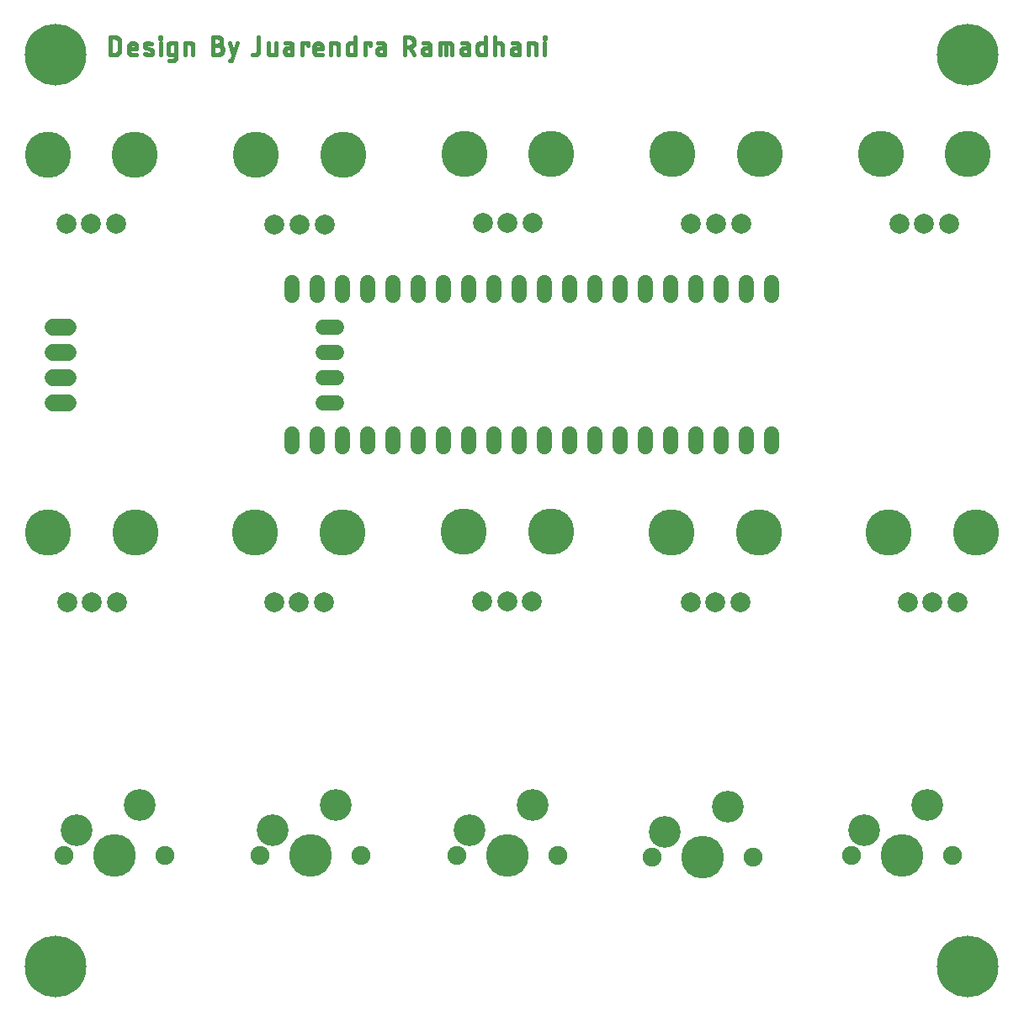
<source format=gbr>
G04 EAGLE Gerber RS-274X export*
G75*
%MOMM*%
%FSLAX34Y34*%
%LPD*%
%INSoldermask Top*%
%IPPOS*%
%AMOC8*
5,1,8,0,0,1.08239X$1,22.5*%
G01*
%ADD10C,0.431800*%
%ADD11C,2.003200*%
%ADD12C,4.663200*%
%ADD13C,1.511200*%
%ADD14C,1.903200*%
%ADD15C,4.303200*%
%ADD16C,4.203200*%
%ADD17C,3.203200*%
%ADD18C,1.711200*%
%ADD19C,6.203200*%


D10*
X787644Y938403D02*
X787644Y955929D01*
X792512Y955929D01*
X792649Y955927D01*
X792785Y955921D01*
X792921Y955912D01*
X793057Y955898D01*
X793192Y955881D01*
X793327Y955860D01*
X793462Y955835D01*
X793595Y955807D01*
X793728Y955775D01*
X793860Y955739D01*
X793990Y955699D01*
X794120Y955656D01*
X794248Y955609D01*
X794375Y955558D01*
X794500Y955504D01*
X794624Y955447D01*
X794746Y955386D01*
X794867Y955322D01*
X794985Y955254D01*
X795102Y955183D01*
X795217Y955109D01*
X795329Y955031D01*
X795439Y954951D01*
X795547Y954867D01*
X795653Y954780D01*
X795756Y954691D01*
X795856Y954598D01*
X795954Y954503D01*
X796049Y954405D01*
X796142Y954305D01*
X796231Y954202D01*
X796318Y954096D01*
X796402Y953988D01*
X796482Y953878D01*
X796560Y953766D01*
X796634Y953651D01*
X796705Y953534D01*
X796773Y953416D01*
X796837Y953295D01*
X796898Y953173D01*
X796955Y953049D01*
X797009Y952924D01*
X797060Y952797D01*
X797107Y952669D01*
X797150Y952539D01*
X797190Y952409D01*
X797226Y952277D01*
X797258Y952144D01*
X797286Y952011D01*
X797311Y951876D01*
X797332Y951741D01*
X797349Y951606D01*
X797363Y951470D01*
X797372Y951334D01*
X797378Y951198D01*
X797380Y951061D01*
X797381Y951061D02*
X797381Y943271D01*
X797380Y943271D02*
X797378Y943134D01*
X797372Y942998D01*
X797363Y942862D01*
X797349Y942726D01*
X797332Y942591D01*
X797311Y942456D01*
X797286Y942321D01*
X797258Y942188D01*
X797226Y942055D01*
X797190Y941923D01*
X797150Y941793D01*
X797107Y941663D01*
X797060Y941535D01*
X797009Y941408D01*
X796955Y941283D01*
X796898Y941159D01*
X796837Y941037D01*
X796773Y940916D01*
X796705Y940798D01*
X796634Y940681D01*
X796560Y940566D01*
X796482Y940454D01*
X796402Y940344D01*
X796318Y940236D01*
X796231Y940130D01*
X796142Y940027D01*
X796049Y939927D01*
X795954Y939829D01*
X795856Y939734D01*
X795756Y939641D01*
X795653Y939552D01*
X795547Y939465D01*
X795439Y939381D01*
X795329Y939301D01*
X795217Y939223D01*
X795102Y939149D01*
X794985Y939078D01*
X794867Y939010D01*
X794746Y938946D01*
X794624Y938885D01*
X794500Y938828D01*
X794375Y938774D01*
X794248Y938723D01*
X794120Y938676D01*
X793990Y938633D01*
X793860Y938593D01*
X793728Y938557D01*
X793595Y938525D01*
X793462Y938497D01*
X793327Y938472D01*
X793192Y938451D01*
X793057Y938434D01*
X792921Y938420D01*
X792785Y938411D01*
X792649Y938405D01*
X792512Y938403D01*
X787644Y938403D01*
X809459Y938403D02*
X814327Y938403D01*
X809459Y938403D02*
X809352Y938405D01*
X809246Y938411D01*
X809140Y938421D01*
X809034Y938434D01*
X808928Y938452D01*
X808824Y938473D01*
X808720Y938498D01*
X808617Y938527D01*
X808516Y938559D01*
X808416Y938596D01*
X808317Y938636D01*
X808219Y938679D01*
X808123Y938726D01*
X808029Y938777D01*
X807937Y938831D01*
X807847Y938888D01*
X807759Y938948D01*
X807674Y939012D01*
X807591Y939079D01*
X807510Y939149D01*
X807432Y939221D01*
X807356Y939297D01*
X807284Y939375D01*
X807214Y939456D01*
X807147Y939539D01*
X807083Y939624D01*
X807023Y939712D01*
X806966Y939802D01*
X806912Y939894D01*
X806861Y939988D01*
X806814Y940084D01*
X806771Y940182D01*
X806731Y940281D01*
X806694Y940381D01*
X806662Y940482D01*
X806633Y940585D01*
X806608Y940689D01*
X806587Y940793D01*
X806569Y940899D01*
X806556Y941005D01*
X806546Y941111D01*
X806540Y941217D01*
X806538Y941324D01*
X806538Y946192D01*
X806540Y946316D01*
X806546Y946439D01*
X806556Y946562D01*
X806569Y946685D01*
X806587Y946807D01*
X806608Y946929D01*
X806634Y947050D01*
X806663Y947170D01*
X806696Y947289D01*
X806732Y947407D01*
X806773Y947524D01*
X806817Y947640D01*
X806865Y947754D01*
X806916Y947866D01*
X806971Y947977D01*
X807029Y948086D01*
X807091Y948193D01*
X807156Y948298D01*
X807225Y948401D01*
X807296Y948501D01*
X807371Y948600D01*
X807449Y948696D01*
X807530Y948789D01*
X807614Y948880D01*
X807701Y948968D01*
X807790Y949053D01*
X807882Y949136D01*
X807977Y949215D01*
X808074Y949291D01*
X808174Y949365D01*
X808275Y949435D01*
X808379Y949502D01*
X808486Y949565D01*
X808594Y949625D01*
X808703Y949682D01*
X808815Y949735D01*
X808928Y949785D01*
X809043Y949831D01*
X809159Y949873D01*
X809276Y949911D01*
X809395Y949946D01*
X809515Y949977D01*
X809635Y950004D01*
X809757Y950028D01*
X809879Y950047D01*
X810001Y950063D01*
X810124Y950075D01*
X810248Y950083D01*
X810371Y950087D01*
X810495Y950087D01*
X810618Y950083D01*
X810742Y950075D01*
X810865Y950063D01*
X810987Y950047D01*
X811109Y950028D01*
X811231Y950004D01*
X811351Y949977D01*
X811471Y949946D01*
X811590Y949911D01*
X811707Y949873D01*
X811823Y949831D01*
X811938Y949785D01*
X812051Y949735D01*
X812163Y949682D01*
X812272Y949625D01*
X812381Y949565D01*
X812487Y949502D01*
X812591Y949435D01*
X812692Y949365D01*
X812792Y949291D01*
X812889Y949215D01*
X812984Y949136D01*
X813076Y949053D01*
X813165Y948968D01*
X813252Y948880D01*
X813336Y948789D01*
X813417Y948696D01*
X813495Y948600D01*
X813570Y948501D01*
X813641Y948401D01*
X813710Y948298D01*
X813775Y948193D01*
X813837Y948086D01*
X813895Y947977D01*
X813950Y947866D01*
X814001Y947754D01*
X814049Y947640D01*
X814093Y947524D01*
X814134Y947407D01*
X814170Y947289D01*
X814203Y947170D01*
X814232Y947050D01*
X814258Y946929D01*
X814279Y946807D01*
X814297Y946685D01*
X814310Y946562D01*
X814320Y946439D01*
X814326Y946316D01*
X814328Y946192D01*
X814327Y946192D02*
X814327Y944245D01*
X806538Y944245D01*
X824065Y945219D02*
X828933Y943271D01*
X824065Y945219D02*
X823973Y945258D01*
X823882Y945300D01*
X823794Y945346D01*
X823707Y945396D01*
X823622Y945449D01*
X823539Y945506D01*
X823459Y945565D01*
X823381Y945628D01*
X823305Y945694D01*
X823233Y945763D01*
X823163Y945834D01*
X823096Y945908D01*
X823031Y945985D01*
X822971Y946065D01*
X822913Y946147D01*
X822858Y946230D01*
X822807Y946317D01*
X822759Y946405D01*
X822715Y946494D01*
X822675Y946586D01*
X822638Y946679D01*
X822605Y946773D01*
X822575Y946869D01*
X822550Y946966D01*
X822528Y947064D01*
X822510Y947162D01*
X822496Y947261D01*
X822486Y947361D01*
X822480Y947461D01*
X822478Y947561D01*
X822480Y947661D01*
X822486Y947761D01*
X822496Y947861D01*
X822509Y947960D01*
X822527Y948058D01*
X822549Y948156D01*
X822574Y948253D01*
X822603Y948349D01*
X822636Y948443D01*
X822673Y948536D01*
X822713Y948628D01*
X822757Y948718D01*
X822805Y948806D01*
X822856Y948892D01*
X822910Y948976D01*
X822968Y949058D01*
X823029Y949137D01*
X823093Y949214D01*
X823160Y949289D01*
X823230Y949360D01*
X823302Y949429D01*
X823378Y949495D01*
X823455Y949558D01*
X823536Y949618D01*
X823618Y949674D01*
X823703Y949728D01*
X823790Y949778D01*
X823879Y949824D01*
X823969Y949867D01*
X824061Y949906D01*
X824155Y949941D01*
X824250Y949973D01*
X824346Y950001D01*
X824443Y950025D01*
X824541Y950045D01*
X824640Y950062D01*
X824739Y950074D01*
X824839Y950083D01*
X824939Y950087D01*
X825039Y950088D01*
X825305Y950081D01*
X825570Y950067D01*
X825836Y950048D01*
X826100Y950022D01*
X826364Y949989D01*
X826627Y949950D01*
X826889Y949905D01*
X827150Y949854D01*
X827409Y949796D01*
X827668Y949732D01*
X827924Y949662D01*
X828179Y949586D01*
X828432Y949503D01*
X828682Y949415D01*
X828931Y949321D01*
X829177Y949220D01*
X829421Y949114D01*
X828934Y943271D02*
X829026Y943232D01*
X829117Y943190D01*
X829205Y943144D01*
X829292Y943094D01*
X829377Y943041D01*
X829460Y942984D01*
X829540Y942925D01*
X829618Y942862D01*
X829694Y942796D01*
X829766Y942727D01*
X829836Y942656D01*
X829903Y942582D01*
X829967Y942505D01*
X830028Y942425D01*
X830086Y942343D01*
X830141Y942260D01*
X830192Y942173D01*
X830240Y942085D01*
X830284Y941996D01*
X830324Y941904D01*
X830361Y941811D01*
X830394Y941717D01*
X830424Y941621D01*
X830449Y941524D01*
X830471Y941426D01*
X830489Y941328D01*
X830503Y941229D01*
X830513Y941129D01*
X830519Y941029D01*
X830521Y940929D01*
X830519Y940829D01*
X830513Y940729D01*
X830503Y940629D01*
X830490Y940530D01*
X830472Y940432D01*
X830450Y940334D01*
X830425Y940237D01*
X830396Y940141D01*
X830363Y940047D01*
X830326Y939954D01*
X830286Y939862D01*
X830242Y939772D01*
X830194Y939684D01*
X830143Y939598D01*
X830089Y939514D01*
X830031Y939432D01*
X829970Y939353D01*
X829906Y939276D01*
X829839Y939201D01*
X829769Y939130D01*
X829697Y939061D01*
X829621Y938995D01*
X829544Y938932D01*
X829463Y938872D01*
X829381Y938816D01*
X829296Y938762D01*
X829209Y938712D01*
X829120Y938666D01*
X829030Y938623D01*
X828938Y938584D01*
X828844Y938549D01*
X828749Y938517D01*
X828653Y938489D01*
X828556Y938465D01*
X828458Y938445D01*
X828359Y938428D01*
X828260Y938416D01*
X828160Y938407D01*
X828060Y938403D01*
X827960Y938402D01*
X827960Y938403D02*
X827570Y938413D01*
X827180Y938432D01*
X826790Y938461D01*
X826401Y938499D01*
X826014Y938546D01*
X825627Y938602D01*
X825242Y938667D01*
X824859Y938742D01*
X824477Y938825D01*
X824098Y938918D01*
X823721Y939019D01*
X823346Y939129D01*
X822974Y939248D01*
X822605Y939376D01*
X838240Y938403D02*
X838240Y950087D01*
X837753Y954955D02*
X837753Y955929D01*
X838727Y955929D01*
X838727Y954955D01*
X837753Y954955D01*
X848867Y938403D02*
X853735Y938403D01*
X848867Y938403D02*
X848760Y938405D01*
X848654Y938411D01*
X848548Y938421D01*
X848442Y938434D01*
X848336Y938452D01*
X848232Y938473D01*
X848128Y938498D01*
X848025Y938527D01*
X847924Y938559D01*
X847824Y938596D01*
X847725Y938636D01*
X847627Y938679D01*
X847531Y938726D01*
X847437Y938777D01*
X847345Y938831D01*
X847255Y938888D01*
X847167Y938948D01*
X847082Y939012D01*
X846999Y939079D01*
X846918Y939149D01*
X846840Y939221D01*
X846764Y939297D01*
X846692Y939375D01*
X846622Y939456D01*
X846555Y939539D01*
X846491Y939624D01*
X846431Y939712D01*
X846374Y939802D01*
X846320Y939894D01*
X846269Y939988D01*
X846222Y940084D01*
X846179Y940182D01*
X846139Y940281D01*
X846102Y940381D01*
X846070Y940482D01*
X846041Y940585D01*
X846016Y940689D01*
X845995Y940793D01*
X845977Y940899D01*
X845964Y941005D01*
X845954Y941111D01*
X845948Y941217D01*
X845946Y941324D01*
X845946Y947166D01*
X845948Y947273D01*
X845954Y947379D01*
X845964Y947485D01*
X845977Y947591D01*
X845995Y947697D01*
X846016Y947801D01*
X846041Y947905D01*
X846070Y948008D01*
X846102Y948109D01*
X846139Y948209D01*
X846179Y948308D01*
X846222Y948406D01*
X846269Y948502D01*
X846320Y948596D01*
X846374Y948688D01*
X846431Y948778D01*
X846491Y948866D01*
X846555Y948951D01*
X846622Y949034D01*
X846692Y949115D01*
X846764Y949193D01*
X846840Y949269D01*
X846918Y949341D01*
X846999Y949411D01*
X847082Y949478D01*
X847167Y949542D01*
X847255Y949602D01*
X847345Y949659D01*
X847437Y949713D01*
X847531Y949764D01*
X847627Y949811D01*
X847725Y949854D01*
X847824Y949894D01*
X847924Y949931D01*
X848025Y949963D01*
X848128Y949992D01*
X848232Y950017D01*
X848336Y950038D01*
X848442Y950056D01*
X848548Y950069D01*
X848654Y950079D01*
X848760Y950085D01*
X848867Y950087D01*
X853735Y950087D01*
X853735Y935482D01*
X853733Y935375D01*
X853727Y935269D01*
X853717Y935163D01*
X853704Y935057D01*
X853686Y934951D01*
X853665Y934847D01*
X853640Y934743D01*
X853611Y934640D01*
X853579Y934539D01*
X853542Y934439D01*
X853502Y934340D01*
X853459Y934242D01*
X853412Y934146D01*
X853361Y934052D01*
X853307Y933960D01*
X853250Y933870D01*
X853190Y933782D01*
X853126Y933697D01*
X853059Y933614D01*
X852989Y933533D01*
X852917Y933455D01*
X852841Y933379D01*
X852763Y933307D01*
X852682Y933237D01*
X852599Y933170D01*
X852514Y933106D01*
X852426Y933046D01*
X852336Y932989D01*
X852244Y932935D01*
X852150Y932884D01*
X852054Y932837D01*
X851956Y932794D01*
X851857Y932754D01*
X851757Y932717D01*
X851656Y932685D01*
X851553Y932656D01*
X851449Y932631D01*
X851345Y932610D01*
X851239Y932592D01*
X851133Y932579D01*
X851027Y932569D01*
X850921Y932563D01*
X850814Y932561D01*
X846920Y932561D01*
X863389Y938403D02*
X863389Y950087D01*
X868257Y950087D01*
X868364Y950085D01*
X868470Y950079D01*
X868576Y950069D01*
X868682Y950056D01*
X868788Y950038D01*
X868892Y950017D01*
X868996Y949992D01*
X869099Y949963D01*
X869200Y949931D01*
X869300Y949894D01*
X869399Y949854D01*
X869497Y949811D01*
X869593Y949764D01*
X869687Y949713D01*
X869779Y949659D01*
X869869Y949602D01*
X869957Y949542D01*
X870042Y949478D01*
X870125Y949411D01*
X870206Y949341D01*
X870284Y949269D01*
X870360Y949193D01*
X870432Y949115D01*
X870502Y949034D01*
X870569Y948951D01*
X870633Y948866D01*
X870693Y948778D01*
X870750Y948688D01*
X870804Y948596D01*
X870855Y948502D01*
X870902Y948406D01*
X870945Y948308D01*
X870985Y948209D01*
X871022Y948109D01*
X871054Y948008D01*
X871083Y947905D01*
X871108Y947801D01*
X871129Y947697D01*
X871147Y947591D01*
X871160Y947485D01*
X871170Y947379D01*
X871176Y947273D01*
X871178Y947166D01*
X871178Y938403D01*
X891246Y948140D02*
X896115Y948140D01*
X896115Y948139D02*
X896253Y948137D01*
X896390Y948131D01*
X896528Y948121D01*
X896665Y948108D01*
X896802Y948090D01*
X896938Y948069D01*
X897073Y948044D01*
X897208Y948015D01*
X897342Y947982D01*
X897474Y947945D01*
X897606Y947905D01*
X897737Y947861D01*
X897866Y947813D01*
X897994Y947762D01*
X898120Y947707D01*
X898245Y947648D01*
X898368Y947586D01*
X898489Y947521D01*
X898608Y947452D01*
X898726Y947380D01*
X898841Y947304D01*
X898954Y947225D01*
X899065Y947144D01*
X899173Y947058D01*
X899279Y946970D01*
X899383Y946879D01*
X899483Y946785D01*
X899581Y946689D01*
X899677Y946589D01*
X899769Y946487D01*
X899859Y946382D01*
X899945Y946275D01*
X900029Y946166D01*
X900109Y946054D01*
X900186Y945940D01*
X900260Y945823D01*
X900331Y945705D01*
X900398Y945585D01*
X900462Y945463D01*
X900522Y945339D01*
X900579Y945213D01*
X900632Y945086D01*
X900682Y944958D01*
X900727Y944828D01*
X900770Y944696D01*
X900808Y944564D01*
X900843Y944431D01*
X900874Y944297D01*
X900901Y944162D01*
X900924Y944026D01*
X900944Y943889D01*
X900959Y943752D01*
X900971Y943615D01*
X900979Y943478D01*
X900983Y943340D01*
X900983Y943202D01*
X900979Y943064D01*
X900971Y942927D01*
X900959Y942790D01*
X900944Y942653D01*
X900924Y942516D01*
X900901Y942380D01*
X900874Y942245D01*
X900843Y942111D01*
X900808Y941978D01*
X900770Y941846D01*
X900727Y941714D01*
X900682Y941584D01*
X900632Y941456D01*
X900579Y941329D01*
X900522Y941203D01*
X900462Y941079D01*
X900398Y940957D01*
X900331Y940837D01*
X900260Y940719D01*
X900186Y940602D01*
X900109Y940488D01*
X900029Y940376D01*
X899945Y940267D01*
X899859Y940160D01*
X899769Y940055D01*
X899677Y939953D01*
X899581Y939853D01*
X899483Y939757D01*
X899383Y939663D01*
X899279Y939572D01*
X899173Y939484D01*
X899065Y939398D01*
X898954Y939317D01*
X898841Y939238D01*
X898726Y939162D01*
X898608Y939090D01*
X898489Y939021D01*
X898368Y938956D01*
X898245Y938894D01*
X898120Y938835D01*
X897994Y938780D01*
X897866Y938729D01*
X897737Y938681D01*
X897606Y938637D01*
X897474Y938597D01*
X897342Y938560D01*
X897208Y938527D01*
X897073Y938498D01*
X896938Y938473D01*
X896802Y938452D01*
X896665Y938434D01*
X896528Y938421D01*
X896390Y938411D01*
X896253Y938405D01*
X896115Y938403D01*
X891246Y938403D01*
X891246Y955929D01*
X896115Y955929D01*
X896239Y955927D01*
X896362Y955921D01*
X896485Y955911D01*
X896608Y955898D01*
X896730Y955880D01*
X896852Y955859D01*
X896973Y955833D01*
X897093Y955804D01*
X897212Y955771D01*
X897330Y955735D01*
X897447Y955694D01*
X897563Y955650D01*
X897677Y955602D01*
X897789Y955551D01*
X897900Y955496D01*
X898009Y955438D01*
X898116Y955376D01*
X898221Y955311D01*
X898324Y955242D01*
X898424Y955171D01*
X898523Y955096D01*
X898619Y955018D01*
X898712Y954937D01*
X898803Y954853D01*
X898891Y954766D01*
X898976Y954677D01*
X899059Y954585D01*
X899138Y954490D01*
X899214Y954393D01*
X899288Y954293D01*
X899358Y954192D01*
X899425Y954088D01*
X899488Y953982D01*
X899548Y953873D01*
X899605Y953764D01*
X899658Y953652D01*
X899708Y953539D01*
X899754Y953424D01*
X899796Y953308D01*
X899834Y953191D01*
X899869Y953072D01*
X899900Y952952D01*
X899927Y952832D01*
X899951Y952710D01*
X899970Y952588D01*
X899986Y952466D01*
X899998Y952343D01*
X900006Y952219D01*
X900010Y952096D01*
X900010Y951972D01*
X900006Y951849D01*
X899998Y951725D01*
X899986Y951602D01*
X899970Y951480D01*
X899951Y951358D01*
X899927Y951236D01*
X899900Y951116D01*
X899869Y950996D01*
X899834Y950877D01*
X899796Y950760D01*
X899754Y950644D01*
X899708Y950529D01*
X899658Y950416D01*
X899605Y950304D01*
X899548Y950195D01*
X899488Y950087D01*
X899425Y949980D01*
X899358Y949876D01*
X899288Y949775D01*
X899214Y949675D01*
X899138Y949578D01*
X899059Y949483D01*
X898976Y949391D01*
X898891Y949302D01*
X898803Y949215D01*
X898712Y949131D01*
X898619Y949050D01*
X898523Y948972D01*
X898424Y948897D01*
X898324Y948826D01*
X898221Y948757D01*
X898116Y948692D01*
X898009Y948630D01*
X897900Y948572D01*
X897789Y948517D01*
X897677Y948466D01*
X897563Y948418D01*
X897447Y948374D01*
X897330Y948333D01*
X897212Y948297D01*
X897093Y948264D01*
X896973Y948235D01*
X896852Y948209D01*
X896730Y948188D01*
X896608Y948170D01*
X896485Y948157D01*
X896362Y948147D01*
X896239Y948141D01*
X896115Y948139D01*
X907881Y932561D02*
X909828Y932561D01*
X915670Y950087D01*
X907881Y950087D02*
X911776Y938403D01*
X937129Y942298D02*
X937129Y955929D01*
X937129Y942298D02*
X937127Y942176D01*
X937121Y942053D01*
X937112Y941931D01*
X937098Y941810D01*
X937081Y941689D01*
X937060Y941568D01*
X937035Y941448D01*
X937007Y941329D01*
X936974Y941211D01*
X936938Y941094D01*
X936899Y940979D01*
X936855Y940864D01*
X936809Y940751D01*
X936758Y940640D01*
X936704Y940530D01*
X936647Y940422D01*
X936587Y940315D01*
X936523Y940211D01*
X936455Y940109D01*
X936385Y940009D01*
X936312Y939911D01*
X936235Y939815D01*
X936156Y939722D01*
X936073Y939632D01*
X935988Y939544D01*
X935900Y939459D01*
X935810Y939376D01*
X935717Y939297D01*
X935621Y939220D01*
X935523Y939147D01*
X935423Y939077D01*
X935321Y939009D01*
X935217Y938945D01*
X935110Y938885D01*
X935002Y938828D01*
X934892Y938774D01*
X934781Y938723D01*
X934668Y938677D01*
X934553Y938633D01*
X934438Y938594D01*
X934321Y938558D01*
X934203Y938525D01*
X934084Y938497D01*
X933964Y938472D01*
X933843Y938451D01*
X933722Y938434D01*
X933601Y938420D01*
X933479Y938411D01*
X933356Y938405D01*
X933234Y938403D01*
X931287Y938403D01*
X946811Y941324D02*
X946811Y950087D01*
X946811Y941324D02*
X946813Y941217D01*
X946819Y941111D01*
X946829Y941005D01*
X946842Y940899D01*
X946860Y940793D01*
X946881Y940689D01*
X946906Y940585D01*
X946935Y940482D01*
X946967Y940381D01*
X947004Y940281D01*
X947044Y940182D01*
X947087Y940084D01*
X947134Y939988D01*
X947185Y939894D01*
X947239Y939802D01*
X947296Y939712D01*
X947356Y939624D01*
X947420Y939539D01*
X947487Y939456D01*
X947557Y939375D01*
X947629Y939297D01*
X947705Y939221D01*
X947783Y939149D01*
X947864Y939079D01*
X947947Y939012D01*
X948032Y938948D01*
X948120Y938888D01*
X948210Y938831D01*
X948302Y938777D01*
X948396Y938726D01*
X948492Y938679D01*
X948590Y938636D01*
X948689Y938596D01*
X948789Y938559D01*
X948890Y938527D01*
X948993Y938498D01*
X949097Y938473D01*
X949201Y938452D01*
X949307Y938434D01*
X949413Y938421D01*
X949519Y938411D01*
X949625Y938405D01*
X949732Y938403D01*
X954601Y938403D01*
X954601Y950087D01*
X966763Y945219D02*
X971145Y945219D01*
X966763Y945219D02*
X966648Y945217D01*
X966533Y945211D01*
X966418Y945202D01*
X966304Y945188D01*
X966190Y945171D01*
X966077Y945149D01*
X965965Y945124D01*
X965853Y945095D01*
X965743Y945063D01*
X965634Y945026D01*
X965526Y944986D01*
X965419Y944943D01*
X965314Y944896D01*
X965211Y944845D01*
X965109Y944791D01*
X965009Y944733D01*
X964912Y944672D01*
X964816Y944608D01*
X964723Y944541D01*
X964632Y944470D01*
X964543Y944397D01*
X964457Y944320D01*
X964374Y944241D01*
X964293Y944159D01*
X964215Y944074D01*
X964140Y943987D01*
X964068Y943897D01*
X963999Y943805D01*
X963933Y943710D01*
X963871Y943614D01*
X963812Y943515D01*
X963756Y943414D01*
X963703Y943312D01*
X963654Y943208D01*
X963609Y943102D01*
X963567Y942995D01*
X963529Y942886D01*
X963495Y942776D01*
X963464Y942665D01*
X963437Y942553D01*
X963414Y942441D01*
X963394Y942327D01*
X963379Y942213D01*
X963367Y942098D01*
X963359Y941984D01*
X963355Y941869D01*
X963355Y941753D01*
X963359Y941638D01*
X963367Y941524D01*
X963379Y941409D01*
X963394Y941295D01*
X963414Y941181D01*
X963437Y941069D01*
X963464Y940957D01*
X963495Y940846D01*
X963529Y940736D01*
X963567Y940627D01*
X963609Y940520D01*
X963654Y940414D01*
X963703Y940310D01*
X963756Y940208D01*
X963812Y940107D01*
X963871Y940008D01*
X963933Y939912D01*
X963999Y939817D01*
X964068Y939725D01*
X964140Y939635D01*
X964215Y939548D01*
X964293Y939463D01*
X964374Y939381D01*
X964457Y939302D01*
X964543Y939225D01*
X964632Y939152D01*
X964723Y939081D01*
X964816Y939014D01*
X964912Y938950D01*
X965009Y938889D01*
X965109Y938831D01*
X965211Y938777D01*
X965314Y938726D01*
X965419Y938679D01*
X965526Y938636D01*
X965634Y938596D01*
X965743Y938559D01*
X965853Y938527D01*
X965965Y938498D01*
X966077Y938473D01*
X966190Y938451D01*
X966304Y938434D01*
X966418Y938420D01*
X966533Y938411D01*
X966648Y938405D01*
X966763Y938403D01*
X971145Y938403D01*
X971145Y947166D01*
X971143Y947273D01*
X971137Y947379D01*
X971127Y947485D01*
X971114Y947591D01*
X971096Y947697D01*
X971075Y947801D01*
X971050Y947905D01*
X971021Y948008D01*
X970989Y948109D01*
X970952Y948209D01*
X970912Y948308D01*
X970869Y948406D01*
X970822Y948502D01*
X970771Y948596D01*
X970717Y948688D01*
X970660Y948778D01*
X970600Y948866D01*
X970536Y948951D01*
X970469Y949034D01*
X970399Y949115D01*
X970327Y949193D01*
X970251Y949269D01*
X970173Y949341D01*
X970092Y949411D01*
X970009Y949478D01*
X969924Y949542D01*
X969836Y949602D01*
X969746Y949659D01*
X969654Y949713D01*
X969560Y949764D01*
X969464Y949811D01*
X969366Y949854D01*
X969267Y949894D01*
X969167Y949931D01*
X969066Y949963D01*
X968963Y949992D01*
X968859Y950017D01*
X968755Y950038D01*
X968649Y950056D01*
X968543Y950069D01*
X968437Y950079D01*
X968331Y950085D01*
X968224Y950087D01*
X964329Y950087D01*
X980968Y950087D02*
X980968Y938403D01*
X980968Y950087D02*
X986810Y950087D01*
X986810Y948140D01*
X996078Y938403D02*
X1000946Y938403D01*
X996078Y938403D02*
X995971Y938405D01*
X995865Y938411D01*
X995759Y938421D01*
X995653Y938434D01*
X995547Y938452D01*
X995443Y938473D01*
X995339Y938498D01*
X995236Y938527D01*
X995135Y938559D01*
X995035Y938596D01*
X994936Y938636D01*
X994838Y938679D01*
X994742Y938726D01*
X994648Y938777D01*
X994556Y938831D01*
X994466Y938888D01*
X994378Y938948D01*
X994293Y939012D01*
X994210Y939079D01*
X994129Y939149D01*
X994051Y939221D01*
X993975Y939297D01*
X993903Y939375D01*
X993833Y939456D01*
X993766Y939539D01*
X993702Y939624D01*
X993642Y939712D01*
X993585Y939802D01*
X993531Y939894D01*
X993480Y939988D01*
X993433Y940084D01*
X993390Y940182D01*
X993350Y940281D01*
X993313Y940381D01*
X993281Y940482D01*
X993252Y940585D01*
X993227Y940689D01*
X993206Y940793D01*
X993188Y940899D01*
X993175Y941005D01*
X993165Y941111D01*
X993159Y941217D01*
X993157Y941324D01*
X993157Y946192D01*
X993159Y946316D01*
X993165Y946439D01*
X993175Y946562D01*
X993188Y946685D01*
X993206Y946807D01*
X993227Y946929D01*
X993253Y947050D01*
X993282Y947170D01*
X993315Y947289D01*
X993351Y947407D01*
X993392Y947524D01*
X993436Y947640D01*
X993484Y947754D01*
X993535Y947866D01*
X993590Y947977D01*
X993648Y948086D01*
X993710Y948193D01*
X993775Y948298D01*
X993844Y948401D01*
X993915Y948501D01*
X993990Y948600D01*
X994068Y948696D01*
X994149Y948789D01*
X994233Y948880D01*
X994320Y948968D01*
X994409Y949053D01*
X994501Y949136D01*
X994596Y949215D01*
X994693Y949291D01*
X994793Y949365D01*
X994894Y949435D01*
X994998Y949502D01*
X995105Y949565D01*
X995213Y949625D01*
X995322Y949682D01*
X995434Y949735D01*
X995547Y949785D01*
X995662Y949831D01*
X995778Y949873D01*
X995895Y949911D01*
X996014Y949946D01*
X996134Y949977D01*
X996254Y950004D01*
X996376Y950028D01*
X996498Y950047D01*
X996620Y950063D01*
X996743Y950075D01*
X996867Y950083D01*
X996990Y950087D01*
X997114Y950087D01*
X997237Y950083D01*
X997361Y950075D01*
X997484Y950063D01*
X997606Y950047D01*
X997728Y950028D01*
X997850Y950004D01*
X997970Y949977D01*
X998090Y949946D01*
X998209Y949911D01*
X998326Y949873D01*
X998442Y949831D01*
X998557Y949785D01*
X998670Y949735D01*
X998782Y949682D01*
X998891Y949625D01*
X999000Y949565D01*
X999106Y949502D01*
X999210Y949435D01*
X999311Y949365D01*
X999411Y949291D01*
X999508Y949215D01*
X999603Y949136D01*
X999695Y949053D01*
X999784Y948968D01*
X999871Y948880D01*
X999955Y948789D01*
X1000036Y948696D01*
X1000114Y948600D01*
X1000189Y948501D01*
X1000260Y948401D01*
X1000329Y948298D01*
X1000394Y948193D01*
X1000456Y948086D01*
X1000514Y947977D01*
X1000569Y947866D01*
X1000620Y947754D01*
X1000668Y947640D01*
X1000712Y947524D01*
X1000753Y947407D01*
X1000789Y947289D01*
X1000822Y947170D01*
X1000851Y947050D01*
X1000877Y946929D01*
X1000898Y946807D01*
X1000916Y946685D01*
X1000929Y946562D01*
X1000939Y946439D01*
X1000945Y946316D01*
X1000947Y946192D01*
X1000946Y946192D02*
X1000946Y944245D01*
X993157Y944245D01*
X1009842Y938403D02*
X1009842Y950087D01*
X1014710Y950087D01*
X1014817Y950085D01*
X1014923Y950079D01*
X1015029Y950069D01*
X1015135Y950056D01*
X1015241Y950038D01*
X1015345Y950017D01*
X1015449Y949992D01*
X1015552Y949963D01*
X1015653Y949931D01*
X1015753Y949894D01*
X1015852Y949854D01*
X1015950Y949811D01*
X1016046Y949764D01*
X1016140Y949713D01*
X1016232Y949659D01*
X1016322Y949602D01*
X1016410Y949542D01*
X1016495Y949478D01*
X1016578Y949411D01*
X1016659Y949341D01*
X1016737Y949269D01*
X1016813Y949193D01*
X1016885Y949115D01*
X1016955Y949034D01*
X1017022Y948951D01*
X1017086Y948866D01*
X1017146Y948778D01*
X1017203Y948688D01*
X1017257Y948596D01*
X1017308Y948502D01*
X1017355Y948406D01*
X1017398Y948308D01*
X1017438Y948209D01*
X1017475Y948109D01*
X1017507Y948008D01*
X1017536Y947905D01*
X1017561Y947801D01*
X1017582Y947697D01*
X1017600Y947591D01*
X1017613Y947485D01*
X1017623Y947379D01*
X1017629Y947273D01*
X1017631Y947166D01*
X1017631Y938403D01*
X1034175Y938403D02*
X1034175Y955929D01*
X1034175Y938403D02*
X1029307Y938403D01*
X1029200Y938405D01*
X1029094Y938411D01*
X1028988Y938421D01*
X1028882Y938434D01*
X1028776Y938452D01*
X1028672Y938473D01*
X1028568Y938498D01*
X1028465Y938527D01*
X1028364Y938559D01*
X1028264Y938596D01*
X1028165Y938636D01*
X1028067Y938679D01*
X1027971Y938726D01*
X1027877Y938777D01*
X1027785Y938831D01*
X1027695Y938888D01*
X1027607Y938948D01*
X1027522Y939012D01*
X1027439Y939079D01*
X1027358Y939149D01*
X1027280Y939221D01*
X1027204Y939297D01*
X1027132Y939375D01*
X1027062Y939456D01*
X1026995Y939539D01*
X1026931Y939624D01*
X1026871Y939712D01*
X1026814Y939802D01*
X1026760Y939894D01*
X1026709Y939988D01*
X1026662Y940084D01*
X1026619Y940182D01*
X1026579Y940281D01*
X1026542Y940381D01*
X1026510Y940482D01*
X1026481Y940585D01*
X1026456Y940689D01*
X1026435Y940793D01*
X1026417Y940899D01*
X1026404Y941005D01*
X1026394Y941111D01*
X1026388Y941217D01*
X1026386Y941324D01*
X1026386Y947166D01*
X1026388Y947273D01*
X1026394Y947379D01*
X1026404Y947485D01*
X1026417Y947591D01*
X1026435Y947697D01*
X1026456Y947801D01*
X1026481Y947905D01*
X1026510Y948008D01*
X1026542Y948109D01*
X1026579Y948209D01*
X1026619Y948308D01*
X1026662Y948406D01*
X1026709Y948502D01*
X1026760Y948596D01*
X1026814Y948688D01*
X1026871Y948778D01*
X1026931Y948866D01*
X1026995Y948951D01*
X1027062Y949034D01*
X1027132Y949115D01*
X1027204Y949193D01*
X1027280Y949269D01*
X1027358Y949341D01*
X1027439Y949411D01*
X1027522Y949478D01*
X1027607Y949542D01*
X1027695Y949602D01*
X1027785Y949659D01*
X1027877Y949713D01*
X1027971Y949764D01*
X1028067Y949811D01*
X1028165Y949854D01*
X1028264Y949894D01*
X1028364Y949931D01*
X1028465Y949963D01*
X1028568Y949992D01*
X1028672Y950017D01*
X1028776Y950038D01*
X1028882Y950056D01*
X1028988Y950069D01*
X1029094Y950079D01*
X1029200Y950085D01*
X1029307Y950087D01*
X1034175Y950087D01*
X1043998Y950087D02*
X1043998Y938403D01*
X1043998Y950087D02*
X1049840Y950087D01*
X1049840Y948140D01*
X1059455Y945219D02*
X1063836Y945219D01*
X1059455Y945219D02*
X1059340Y945217D01*
X1059225Y945211D01*
X1059110Y945202D01*
X1058996Y945188D01*
X1058882Y945171D01*
X1058769Y945149D01*
X1058657Y945124D01*
X1058545Y945095D01*
X1058435Y945063D01*
X1058326Y945026D01*
X1058218Y944986D01*
X1058111Y944943D01*
X1058006Y944896D01*
X1057903Y944845D01*
X1057801Y944791D01*
X1057701Y944733D01*
X1057604Y944672D01*
X1057508Y944608D01*
X1057415Y944541D01*
X1057324Y944470D01*
X1057235Y944397D01*
X1057149Y944320D01*
X1057066Y944241D01*
X1056985Y944159D01*
X1056907Y944074D01*
X1056832Y943987D01*
X1056760Y943897D01*
X1056691Y943805D01*
X1056625Y943710D01*
X1056563Y943614D01*
X1056504Y943515D01*
X1056448Y943414D01*
X1056395Y943312D01*
X1056346Y943208D01*
X1056301Y943102D01*
X1056259Y942995D01*
X1056221Y942886D01*
X1056187Y942776D01*
X1056156Y942665D01*
X1056129Y942553D01*
X1056106Y942441D01*
X1056086Y942327D01*
X1056071Y942213D01*
X1056059Y942098D01*
X1056051Y941984D01*
X1056047Y941869D01*
X1056047Y941753D01*
X1056051Y941638D01*
X1056059Y941524D01*
X1056071Y941409D01*
X1056086Y941295D01*
X1056106Y941181D01*
X1056129Y941069D01*
X1056156Y940957D01*
X1056187Y940846D01*
X1056221Y940736D01*
X1056259Y940627D01*
X1056301Y940520D01*
X1056346Y940414D01*
X1056395Y940310D01*
X1056448Y940208D01*
X1056504Y940107D01*
X1056563Y940008D01*
X1056625Y939912D01*
X1056691Y939817D01*
X1056760Y939725D01*
X1056832Y939635D01*
X1056907Y939548D01*
X1056985Y939463D01*
X1057066Y939381D01*
X1057149Y939302D01*
X1057235Y939225D01*
X1057324Y939152D01*
X1057415Y939081D01*
X1057508Y939014D01*
X1057604Y938950D01*
X1057701Y938889D01*
X1057801Y938831D01*
X1057903Y938777D01*
X1058006Y938726D01*
X1058111Y938679D01*
X1058218Y938636D01*
X1058326Y938596D01*
X1058435Y938559D01*
X1058545Y938527D01*
X1058657Y938498D01*
X1058769Y938473D01*
X1058882Y938451D01*
X1058996Y938434D01*
X1059110Y938420D01*
X1059225Y938411D01*
X1059340Y938405D01*
X1059455Y938403D01*
X1063836Y938403D01*
X1063836Y947166D01*
X1063834Y947273D01*
X1063828Y947379D01*
X1063818Y947485D01*
X1063805Y947591D01*
X1063787Y947697D01*
X1063766Y947801D01*
X1063741Y947905D01*
X1063712Y948008D01*
X1063680Y948109D01*
X1063643Y948209D01*
X1063603Y948308D01*
X1063560Y948406D01*
X1063513Y948502D01*
X1063462Y948596D01*
X1063408Y948688D01*
X1063351Y948778D01*
X1063291Y948866D01*
X1063227Y948951D01*
X1063160Y949034D01*
X1063090Y949115D01*
X1063018Y949193D01*
X1062942Y949269D01*
X1062864Y949341D01*
X1062783Y949411D01*
X1062700Y949478D01*
X1062615Y949542D01*
X1062527Y949602D01*
X1062437Y949659D01*
X1062345Y949713D01*
X1062251Y949764D01*
X1062155Y949811D01*
X1062057Y949854D01*
X1061958Y949894D01*
X1061858Y949931D01*
X1061757Y949963D01*
X1061654Y949992D01*
X1061550Y950017D01*
X1061446Y950038D01*
X1061340Y950056D01*
X1061234Y950069D01*
X1061128Y950079D01*
X1061022Y950085D01*
X1060915Y950087D01*
X1057021Y950087D01*
X1083815Y955929D02*
X1083815Y938403D01*
X1083815Y955929D02*
X1088683Y955929D01*
X1088821Y955927D01*
X1088958Y955921D01*
X1089096Y955911D01*
X1089233Y955898D01*
X1089370Y955880D01*
X1089506Y955859D01*
X1089641Y955834D01*
X1089776Y955805D01*
X1089910Y955772D01*
X1090042Y955735D01*
X1090174Y955695D01*
X1090305Y955651D01*
X1090434Y955603D01*
X1090562Y955552D01*
X1090688Y955497D01*
X1090813Y955438D01*
X1090936Y955376D01*
X1091057Y955311D01*
X1091176Y955242D01*
X1091294Y955170D01*
X1091409Y955094D01*
X1091522Y955015D01*
X1091633Y954934D01*
X1091741Y954848D01*
X1091847Y954760D01*
X1091951Y954669D01*
X1092051Y954575D01*
X1092149Y954479D01*
X1092245Y954379D01*
X1092337Y954277D01*
X1092427Y954172D01*
X1092513Y954065D01*
X1092597Y953956D01*
X1092677Y953844D01*
X1092754Y953730D01*
X1092828Y953613D01*
X1092899Y953495D01*
X1092966Y953375D01*
X1093030Y953253D01*
X1093090Y953129D01*
X1093147Y953003D01*
X1093200Y952876D01*
X1093250Y952748D01*
X1093295Y952618D01*
X1093338Y952486D01*
X1093376Y952354D01*
X1093411Y952221D01*
X1093442Y952087D01*
X1093469Y951952D01*
X1093492Y951816D01*
X1093512Y951679D01*
X1093527Y951542D01*
X1093539Y951405D01*
X1093547Y951268D01*
X1093551Y951130D01*
X1093551Y950992D01*
X1093547Y950854D01*
X1093539Y950717D01*
X1093527Y950580D01*
X1093512Y950443D01*
X1093492Y950306D01*
X1093469Y950170D01*
X1093442Y950035D01*
X1093411Y949901D01*
X1093376Y949768D01*
X1093338Y949636D01*
X1093295Y949504D01*
X1093250Y949374D01*
X1093200Y949246D01*
X1093147Y949119D01*
X1093090Y948993D01*
X1093030Y948869D01*
X1092966Y948747D01*
X1092899Y948627D01*
X1092828Y948509D01*
X1092754Y948392D01*
X1092677Y948278D01*
X1092597Y948166D01*
X1092513Y948057D01*
X1092427Y947950D01*
X1092337Y947845D01*
X1092245Y947743D01*
X1092149Y947643D01*
X1092051Y947547D01*
X1091951Y947453D01*
X1091847Y947362D01*
X1091741Y947274D01*
X1091633Y947188D01*
X1091522Y947107D01*
X1091409Y947028D01*
X1091294Y946952D01*
X1091176Y946880D01*
X1091057Y946811D01*
X1090936Y946746D01*
X1090813Y946684D01*
X1090688Y946625D01*
X1090562Y946570D01*
X1090434Y946519D01*
X1090305Y946471D01*
X1090174Y946427D01*
X1090042Y946387D01*
X1089910Y946350D01*
X1089776Y946317D01*
X1089641Y946288D01*
X1089506Y946263D01*
X1089370Y946242D01*
X1089233Y946224D01*
X1089096Y946211D01*
X1088958Y946201D01*
X1088821Y946195D01*
X1088683Y946193D01*
X1088683Y946192D02*
X1083815Y946192D01*
X1089657Y946192D02*
X1093552Y938403D01*
X1105183Y945219D02*
X1109564Y945219D01*
X1105183Y945219D02*
X1105068Y945217D01*
X1104953Y945211D01*
X1104838Y945202D01*
X1104724Y945188D01*
X1104610Y945171D01*
X1104497Y945149D01*
X1104385Y945124D01*
X1104273Y945095D01*
X1104163Y945063D01*
X1104054Y945026D01*
X1103946Y944986D01*
X1103839Y944943D01*
X1103734Y944896D01*
X1103631Y944845D01*
X1103529Y944791D01*
X1103429Y944733D01*
X1103332Y944672D01*
X1103236Y944608D01*
X1103143Y944541D01*
X1103052Y944470D01*
X1102963Y944397D01*
X1102877Y944320D01*
X1102794Y944241D01*
X1102713Y944159D01*
X1102635Y944074D01*
X1102560Y943987D01*
X1102488Y943897D01*
X1102419Y943805D01*
X1102353Y943710D01*
X1102291Y943614D01*
X1102232Y943515D01*
X1102176Y943414D01*
X1102123Y943312D01*
X1102074Y943208D01*
X1102029Y943102D01*
X1101987Y942995D01*
X1101949Y942886D01*
X1101915Y942776D01*
X1101884Y942665D01*
X1101857Y942553D01*
X1101834Y942441D01*
X1101814Y942327D01*
X1101799Y942213D01*
X1101787Y942098D01*
X1101779Y941984D01*
X1101775Y941869D01*
X1101775Y941753D01*
X1101779Y941638D01*
X1101787Y941524D01*
X1101799Y941409D01*
X1101814Y941295D01*
X1101834Y941181D01*
X1101857Y941069D01*
X1101884Y940957D01*
X1101915Y940846D01*
X1101949Y940736D01*
X1101987Y940627D01*
X1102029Y940520D01*
X1102074Y940414D01*
X1102123Y940310D01*
X1102176Y940208D01*
X1102232Y940107D01*
X1102291Y940008D01*
X1102353Y939912D01*
X1102419Y939817D01*
X1102488Y939725D01*
X1102560Y939635D01*
X1102635Y939548D01*
X1102713Y939463D01*
X1102794Y939381D01*
X1102877Y939302D01*
X1102963Y939225D01*
X1103052Y939152D01*
X1103143Y939081D01*
X1103236Y939014D01*
X1103332Y938950D01*
X1103429Y938889D01*
X1103529Y938831D01*
X1103631Y938777D01*
X1103734Y938726D01*
X1103839Y938679D01*
X1103946Y938636D01*
X1104054Y938596D01*
X1104163Y938559D01*
X1104273Y938527D01*
X1104385Y938498D01*
X1104497Y938473D01*
X1104610Y938451D01*
X1104724Y938434D01*
X1104838Y938420D01*
X1104953Y938411D01*
X1105068Y938405D01*
X1105183Y938403D01*
X1109564Y938403D01*
X1109564Y947166D01*
X1109562Y947273D01*
X1109556Y947379D01*
X1109546Y947485D01*
X1109533Y947591D01*
X1109515Y947697D01*
X1109494Y947801D01*
X1109469Y947905D01*
X1109440Y948008D01*
X1109408Y948109D01*
X1109371Y948209D01*
X1109331Y948308D01*
X1109288Y948406D01*
X1109241Y948502D01*
X1109190Y948596D01*
X1109136Y948688D01*
X1109079Y948778D01*
X1109019Y948866D01*
X1108955Y948951D01*
X1108888Y949034D01*
X1108818Y949115D01*
X1108746Y949193D01*
X1108670Y949269D01*
X1108592Y949341D01*
X1108511Y949411D01*
X1108428Y949478D01*
X1108343Y949542D01*
X1108255Y949602D01*
X1108165Y949659D01*
X1108073Y949713D01*
X1107979Y949764D01*
X1107883Y949811D01*
X1107785Y949854D01*
X1107686Y949894D01*
X1107586Y949931D01*
X1107485Y949963D01*
X1107382Y949992D01*
X1107278Y950017D01*
X1107174Y950038D01*
X1107068Y950056D01*
X1106962Y950069D01*
X1106856Y950079D01*
X1106750Y950085D01*
X1106643Y950087D01*
X1102749Y950087D01*
X1119742Y950087D02*
X1119742Y938403D01*
X1119742Y950087D02*
X1128505Y950087D01*
X1128612Y950085D01*
X1128718Y950079D01*
X1128824Y950069D01*
X1128930Y950056D01*
X1129036Y950038D01*
X1129140Y950017D01*
X1129244Y949992D01*
X1129347Y949963D01*
X1129448Y949931D01*
X1129548Y949894D01*
X1129647Y949854D01*
X1129745Y949811D01*
X1129841Y949764D01*
X1129935Y949713D01*
X1130027Y949659D01*
X1130117Y949602D01*
X1130205Y949542D01*
X1130290Y949478D01*
X1130373Y949411D01*
X1130454Y949341D01*
X1130532Y949269D01*
X1130608Y949193D01*
X1130680Y949115D01*
X1130750Y949034D01*
X1130817Y948951D01*
X1130881Y948866D01*
X1130941Y948778D01*
X1130998Y948688D01*
X1131052Y948596D01*
X1131103Y948502D01*
X1131150Y948406D01*
X1131193Y948308D01*
X1131233Y948209D01*
X1131270Y948109D01*
X1131302Y948008D01*
X1131331Y947905D01*
X1131356Y947801D01*
X1131377Y947697D01*
X1131395Y947591D01*
X1131408Y947485D01*
X1131418Y947379D01*
X1131424Y947273D01*
X1131426Y947166D01*
X1131426Y938403D01*
X1125584Y938403D02*
X1125584Y950087D01*
X1144113Y945219D02*
X1148495Y945219D01*
X1144113Y945219D02*
X1143998Y945217D01*
X1143883Y945211D01*
X1143768Y945202D01*
X1143654Y945188D01*
X1143540Y945171D01*
X1143427Y945149D01*
X1143315Y945124D01*
X1143203Y945095D01*
X1143093Y945063D01*
X1142984Y945026D01*
X1142876Y944986D01*
X1142769Y944943D01*
X1142664Y944896D01*
X1142561Y944845D01*
X1142459Y944791D01*
X1142359Y944733D01*
X1142262Y944672D01*
X1142166Y944608D01*
X1142073Y944541D01*
X1141982Y944470D01*
X1141893Y944397D01*
X1141807Y944320D01*
X1141724Y944241D01*
X1141643Y944159D01*
X1141565Y944074D01*
X1141490Y943987D01*
X1141418Y943897D01*
X1141349Y943805D01*
X1141283Y943710D01*
X1141221Y943614D01*
X1141162Y943515D01*
X1141106Y943414D01*
X1141053Y943312D01*
X1141004Y943208D01*
X1140959Y943102D01*
X1140917Y942995D01*
X1140879Y942886D01*
X1140845Y942776D01*
X1140814Y942665D01*
X1140787Y942553D01*
X1140764Y942441D01*
X1140744Y942327D01*
X1140729Y942213D01*
X1140717Y942098D01*
X1140709Y941984D01*
X1140705Y941869D01*
X1140705Y941753D01*
X1140709Y941638D01*
X1140717Y941524D01*
X1140729Y941409D01*
X1140744Y941295D01*
X1140764Y941181D01*
X1140787Y941069D01*
X1140814Y940957D01*
X1140845Y940846D01*
X1140879Y940736D01*
X1140917Y940627D01*
X1140959Y940520D01*
X1141004Y940414D01*
X1141053Y940310D01*
X1141106Y940208D01*
X1141162Y940107D01*
X1141221Y940008D01*
X1141283Y939912D01*
X1141349Y939817D01*
X1141418Y939725D01*
X1141490Y939635D01*
X1141565Y939548D01*
X1141643Y939463D01*
X1141724Y939381D01*
X1141807Y939302D01*
X1141893Y939225D01*
X1141982Y939152D01*
X1142073Y939081D01*
X1142166Y939014D01*
X1142262Y938950D01*
X1142359Y938889D01*
X1142459Y938831D01*
X1142561Y938777D01*
X1142664Y938726D01*
X1142769Y938679D01*
X1142876Y938636D01*
X1142984Y938596D01*
X1143093Y938559D01*
X1143203Y938527D01*
X1143315Y938498D01*
X1143427Y938473D01*
X1143540Y938451D01*
X1143654Y938434D01*
X1143768Y938420D01*
X1143883Y938411D01*
X1143998Y938405D01*
X1144113Y938403D01*
X1148495Y938403D01*
X1148495Y947166D01*
X1148493Y947273D01*
X1148487Y947379D01*
X1148477Y947485D01*
X1148464Y947591D01*
X1148446Y947697D01*
X1148425Y947801D01*
X1148400Y947905D01*
X1148371Y948008D01*
X1148339Y948109D01*
X1148302Y948209D01*
X1148262Y948308D01*
X1148219Y948406D01*
X1148172Y948502D01*
X1148121Y948596D01*
X1148067Y948688D01*
X1148010Y948778D01*
X1147950Y948866D01*
X1147886Y948951D01*
X1147819Y949034D01*
X1147749Y949115D01*
X1147677Y949193D01*
X1147601Y949269D01*
X1147523Y949341D01*
X1147442Y949411D01*
X1147359Y949478D01*
X1147274Y949542D01*
X1147186Y949602D01*
X1147096Y949659D01*
X1147004Y949713D01*
X1146910Y949764D01*
X1146814Y949811D01*
X1146716Y949854D01*
X1146617Y949894D01*
X1146517Y949931D01*
X1146416Y949963D01*
X1146313Y949992D01*
X1146209Y950017D01*
X1146105Y950038D01*
X1145999Y950056D01*
X1145893Y950069D01*
X1145787Y950079D01*
X1145681Y950085D01*
X1145574Y950087D01*
X1141679Y950087D01*
X1165179Y955929D02*
X1165179Y938403D01*
X1160311Y938403D01*
X1160204Y938405D01*
X1160098Y938411D01*
X1159992Y938421D01*
X1159886Y938434D01*
X1159780Y938452D01*
X1159676Y938473D01*
X1159572Y938498D01*
X1159469Y938527D01*
X1159368Y938559D01*
X1159268Y938596D01*
X1159169Y938636D01*
X1159071Y938679D01*
X1158975Y938726D01*
X1158881Y938777D01*
X1158789Y938831D01*
X1158699Y938888D01*
X1158611Y938948D01*
X1158526Y939012D01*
X1158443Y939079D01*
X1158362Y939149D01*
X1158284Y939221D01*
X1158208Y939297D01*
X1158136Y939375D01*
X1158066Y939456D01*
X1157999Y939539D01*
X1157935Y939624D01*
X1157875Y939712D01*
X1157818Y939802D01*
X1157764Y939894D01*
X1157713Y939988D01*
X1157666Y940084D01*
X1157623Y940182D01*
X1157583Y940281D01*
X1157546Y940381D01*
X1157514Y940482D01*
X1157485Y940585D01*
X1157460Y940689D01*
X1157439Y940793D01*
X1157421Y940899D01*
X1157408Y941005D01*
X1157398Y941111D01*
X1157392Y941217D01*
X1157390Y941324D01*
X1157390Y947166D01*
X1157392Y947273D01*
X1157398Y947379D01*
X1157408Y947485D01*
X1157421Y947591D01*
X1157439Y947697D01*
X1157460Y947801D01*
X1157485Y947905D01*
X1157514Y948008D01*
X1157546Y948109D01*
X1157583Y948209D01*
X1157623Y948308D01*
X1157666Y948406D01*
X1157713Y948502D01*
X1157764Y948596D01*
X1157818Y948688D01*
X1157875Y948778D01*
X1157935Y948866D01*
X1157999Y948951D01*
X1158066Y949034D01*
X1158136Y949115D01*
X1158208Y949193D01*
X1158284Y949269D01*
X1158362Y949341D01*
X1158443Y949411D01*
X1158526Y949478D01*
X1158611Y949542D01*
X1158699Y949602D01*
X1158789Y949659D01*
X1158881Y949713D01*
X1158975Y949764D01*
X1159071Y949811D01*
X1159169Y949854D01*
X1159268Y949894D01*
X1159368Y949931D01*
X1159469Y949963D01*
X1159572Y949992D01*
X1159676Y950017D01*
X1159780Y950038D01*
X1159886Y950056D01*
X1159992Y950069D01*
X1160098Y950079D01*
X1160204Y950085D01*
X1160311Y950087D01*
X1165179Y950087D01*
X1174833Y955929D02*
X1174833Y938403D01*
X1174833Y950087D02*
X1179701Y950087D01*
X1179808Y950085D01*
X1179914Y950079D01*
X1180020Y950069D01*
X1180126Y950056D01*
X1180232Y950038D01*
X1180336Y950017D01*
X1180440Y949992D01*
X1180543Y949963D01*
X1180644Y949931D01*
X1180744Y949894D01*
X1180843Y949854D01*
X1180941Y949811D01*
X1181037Y949764D01*
X1181131Y949713D01*
X1181223Y949659D01*
X1181313Y949602D01*
X1181401Y949542D01*
X1181486Y949478D01*
X1181569Y949411D01*
X1181650Y949341D01*
X1181728Y949269D01*
X1181804Y949193D01*
X1181876Y949115D01*
X1181946Y949034D01*
X1182013Y948951D01*
X1182077Y948866D01*
X1182137Y948778D01*
X1182194Y948688D01*
X1182248Y948596D01*
X1182299Y948502D01*
X1182346Y948406D01*
X1182389Y948308D01*
X1182429Y948209D01*
X1182466Y948109D01*
X1182498Y948008D01*
X1182527Y947905D01*
X1182552Y947801D01*
X1182573Y947697D01*
X1182591Y947591D01*
X1182604Y947485D01*
X1182614Y947379D01*
X1182620Y947273D01*
X1182622Y947166D01*
X1182622Y938403D01*
X1194785Y945219D02*
X1199166Y945219D01*
X1194785Y945219D02*
X1194670Y945217D01*
X1194555Y945211D01*
X1194440Y945202D01*
X1194326Y945188D01*
X1194212Y945171D01*
X1194099Y945149D01*
X1193987Y945124D01*
X1193875Y945095D01*
X1193765Y945063D01*
X1193656Y945026D01*
X1193548Y944986D01*
X1193441Y944943D01*
X1193336Y944896D01*
X1193233Y944845D01*
X1193131Y944791D01*
X1193031Y944733D01*
X1192934Y944672D01*
X1192838Y944608D01*
X1192745Y944541D01*
X1192654Y944470D01*
X1192565Y944397D01*
X1192479Y944320D01*
X1192396Y944241D01*
X1192315Y944159D01*
X1192237Y944074D01*
X1192162Y943987D01*
X1192090Y943897D01*
X1192021Y943805D01*
X1191955Y943710D01*
X1191893Y943614D01*
X1191834Y943515D01*
X1191778Y943414D01*
X1191725Y943312D01*
X1191676Y943208D01*
X1191631Y943102D01*
X1191589Y942995D01*
X1191551Y942886D01*
X1191517Y942776D01*
X1191486Y942665D01*
X1191459Y942553D01*
X1191436Y942441D01*
X1191416Y942327D01*
X1191401Y942213D01*
X1191389Y942098D01*
X1191381Y941984D01*
X1191377Y941869D01*
X1191377Y941753D01*
X1191381Y941638D01*
X1191389Y941524D01*
X1191401Y941409D01*
X1191416Y941295D01*
X1191436Y941181D01*
X1191459Y941069D01*
X1191486Y940957D01*
X1191517Y940846D01*
X1191551Y940736D01*
X1191589Y940627D01*
X1191631Y940520D01*
X1191676Y940414D01*
X1191725Y940310D01*
X1191778Y940208D01*
X1191834Y940107D01*
X1191893Y940008D01*
X1191955Y939912D01*
X1192021Y939817D01*
X1192090Y939725D01*
X1192162Y939635D01*
X1192237Y939548D01*
X1192315Y939463D01*
X1192396Y939381D01*
X1192479Y939302D01*
X1192565Y939225D01*
X1192654Y939152D01*
X1192745Y939081D01*
X1192838Y939014D01*
X1192934Y938950D01*
X1193031Y938889D01*
X1193131Y938831D01*
X1193233Y938777D01*
X1193336Y938726D01*
X1193441Y938679D01*
X1193548Y938636D01*
X1193656Y938596D01*
X1193765Y938559D01*
X1193875Y938527D01*
X1193987Y938498D01*
X1194099Y938473D01*
X1194212Y938451D01*
X1194326Y938434D01*
X1194440Y938420D01*
X1194555Y938411D01*
X1194670Y938405D01*
X1194785Y938403D01*
X1199166Y938403D01*
X1199166Y947166D01*
X1199164Y947273D01*
X1199158Y947379D01*
X1199148Y947485D01*
X1199135Y947591D01*
X1199117Y947697D01*
X1199096Y947801D01*
X1199071Y947905D01*
X1199042Y948008D01*
X1199010Y948109D01*
X1198973Y948209D01*
X1198933Y948308D01*
X1198890Y948406D01*
X1198843Y948502D01*
X1198792Y948596D01*
X1198738Y948688D01*
X1198681Y948778D01*
X1198621Y948866D01*
X1198557Y948951D01*
X1198490Y949034D01*
X1198420Y949115D01*
X1198348Y949193D01*
X1198272Y949269D01*
X1198194Y949341D01*
X1198113Y949411D01*
X1198030Y949478D01*
X1197945Y949542D01*
X1197857Y949602D01*
X1197767Y949659D01*
X1197675Y949713D01*
X1197581Y949764D01*
X1197485Y949811D01*
X1197387Y949854D01*
X1197288Y949894D01*
X1197188Y949931D01*
X1197087Y949963D01*
X1196984Y949992D01*
X1196880Y950017D01*
X1196776Y950038D01*
X1196670Y950056D01*
X1196564Y950069D01*
X1196458Y950079D01*
X1196352Y950085D01*
X1196245Y950087D01*
X1192350Y950087D01*
X1208820Y950087D02*
X1208820Y938403D01*
X1208820Y950087D02*
X1213688Y950087D01*
X1213795Y950085D01*
X1213901Y950079D01*
X1214007Y950069D01*
X1214113Y950056D01*
X1214219Y950038D01*
X1214323Y950017D01*
X1214427Y949992D01*
X1214530Y949963D01*
X1214631Y949931D01*
X1214731Y949894D01*
X1214830Y949854D01*
X1214928Y949811D01*
X1215024Y949764D01*
X1215118Y949713D01*
X1215210Y949659D01*
X1215300Y949602D01*
X1215388Y949542D01*
X1215473Y949478D01*
X1215556Y949411D01*
X1215637Y949341D01*
X1215715Y949269D01*
X1215791Y949193D01*
X1215863Y949115D01*
X1215933Y949034D01*
X1216000Y948951D01*
X1216064Y948866D01*
X1216124Y948778D01*
X1216181Y948688D01*
X1216235Y948596D01*
X1216286Y948502D01*
X1216333Y948406D01*
X1216376Y948308D01*
X1216416Y948209D01*
X1216453Y948109D01*
X1216485Y948008D01*
X1216514Y947905D01*
X1216539Y947801D01*
X1216560Y947697D01*
X1216578Y947591D01*
X1216591Y947485D01*
X1216601Y947379D01*
X1216607Y947273D01*
X1216609Y947166D01*
X1216609Y938403D01*
X1225073Y938403D02*
X1225073Y950087D01*
X1224586Y954955D02*
X1224586Y955929D01*
X1225560Y955929D01*
X1225560Y954955D01*
X1224586Y954955D01*
D11*
X743800Y767990D03*
X768800Y767990D03*
X793800Y767990D03*
D12*
X724800Y837990D03*
X812800Y837990D03*
D11*
X953350Y767750D03*
X978350Y767750D03*
X1003350Y767750D03*
D12*
X934350Y837750D03*
X1022350Y837750D03*
D11*
X1162900Y768780D03*
X1187900Y768780D03*
X1212900Y768780D03*
D12*
X1143900Y838780D03*
X1231900Y838780D03*
D11*
X1372450Y768540D03*
X1397450Y768540D03*
X1422450Y768540D03*
D12*
X1353450Y838540D03*
X1441450Y838540D03*
D11*
X1582000Y768300D03*
X1607000Y768300D03*
X1632000Y768300D03*
D12*
X1563000Y838300D03*
X1651000Y838300D03*
D13*
X1453261Y556704D02*
X1453261Y543624D01*
X1427861Y543624D02*
X1427861Y556704D01*
X1402461Y556704D02*
X1402461Y543624D01*
X1377061Y543624D02*
X1377061Y556704D01*
X1351661Y556704D02*
X1351661Y543624D01*
X1326261Y543624D02*
X1326261Y556704D01*
X1300861Y556704D02*
X1300861Y543624D01*
X1275461Y543624D02*
X1275461Y556704D01*
X1250061Y556704D02*
X1250061Y543624D01*
X1224661Y543624D02*
X1224661Y556704D01*
X1199261Y556704D02*
X1199261Y543624D01*
X1173861Y543624D02*
X1173861Y556704D01*
X1148461Y556704D02*
X1148461Y543624D01*
X1123061Y543624D02*
X1123061Y556704D01*
X1097661Y556704D02*
X1097661Y543624D01*
X1072261Y543624D02*
X1072261Y556704D01*
X1046861Y556704D02*
X1046861Y543624D01*
X1021461Y543624D02*
X1021461Y556704D01*
X996061Y556704D02*
X996061Y543624D01*
X970661Y543624D02*
X970661Y556704D01*
X1453261Y696024D02*
X1453261Y709104D01*
X1427861Y709104D02*
X1427861Y696024D01*
X1402461Y696024D02*
X1402461Y709104D01*
X1377061Y709104D02*
X1377061Y696024D01*
X1351661Y696024D02*
X1351661Y709104D01*
X1326261Y709104D02*
X1326261Y696024D01*
X1300861Y696024D02*
X1300861Y709104D01*
X1275461Y709104D02*
X1275461Y696024D01*
X1250061Y696024D02*
X1250061Y709104D01*
X1224661Y709104D02*
X1224661Y696024D01*
X1199261Y696024D02*
X1199261Y709104D01*
X1173861Y709104D02*
X1173861Y696024D01*
X1148461Y696024D02*
X1148461Y709104D01*
X1123061Y709104D02*
X1123061Y696024D01*
X1097661Y696024D02*
X1097661Y709104D01*
X1072261Y709104D02*
X1072261Y696024D01*
X1046861Y696024D02*
X1046861Y709104D01*
X1021461Y709104D02*
X1021461Y696024D01*
X996061Y696024D02*
X996061Y709104D01*
X970661Y709104D02*
X970661Y696024D01*
X1002221Y613664D02*
X1015301Y613664D01*
X1015301Y588264D02*
X1002221Y588264D01*
X1002221Y639064D02*
X1015301Y639064D01*
X1015301Y664464D02*
X1002221Y664464D01*
D11*
X744620Y387230D03*
X769620Y387230D03*
X794620Y387230D03*
D12*
X725620Y457230D03*
X813620Y457230D03*
D11*
X952900Y387230D03*
X977900Y387230D03*
X1002900Y387230D03*
D12*
X933900Y457230D03*
X1021900Y457230D03*
D11*
X1162450Y388500D03*
X1187450Y388500D03*
X1212450Y388500D03*
D12*
X1143450Y458500D03*
X1231450Y458500D03*
D11*
X1372000Y387230D03*
X1397000Y387230D03*
X1422000Y387230D03*
D12*
X1353000Y457230D03*
X1441000Y457230D03*
D11*
X1590440Y387230D03*
X1615440Y387230D03*
X1640440Y387230D03*
D12*
X1571440Y457230D03*
X1659440Y457230D03*
D14*
X741680Y132080D03*
X843280Y132080D03*
D15*
X792480Y132080D03*
D16*
X792480Y132080D03*
D14*
X741680Y132080D03*
X843280Y132080D03*
D17*
X817880Y182880D03*
X754380Y157480D03*
D14*
X938530Y132080D03*
X1040130Y132080D03*
D15*
X989330Y132080D03*
D16*
X989330Y132080D03*
D14*
X938530Y132080D03*
X1040130Y132080D03*
D17*
X1014730Y182880D03*
X951230Y157480D03*
D14*
X1136650Y132080D03*
X1238250Y132080D03*
D15*
X1187450Y132080D03*
D16*
X1187450Y132080D03*
D14*
X1136650Y132080D03*
X1238250Y132080D03*
D17*
X1212850Y182880D03*
X1149350Y157480D03*
D14*
X1333500Y130810D03*
X1435100Y130810D03*
D15*
X1384300Y130810D03*
D16*
X1384300Y130810D03*
D14*
X1333500Y130810D03*
X1435100Y130810D03*
D17*
X1409700Y181610D03*
X1346200Y156210D03*
D14*
X1534160Y132080D03*
X1635760Y132080D03*
D15*
X1584960Y132080D03*
D16*
X1584960Y132080D03*
D14*
X1534160Y132080D03*
X1635760Y132080D03*
D17*
X1610360Y182880D03*
X1546860Y157480D03*
D18*
X745410Y587756D02*
X730330Y587756D01*
X730330Y613156D02*
X745410Y613156D01*
X745410Y638556D02*
X730330Y638556D01*
X730330Y663956D02*
X745410Y663956D01*
D19*
X732790Y20320D03*
X1651000Y20320D03*
X732790Y938530D03*
X1651000Y938530D03*
M02*

</source>
